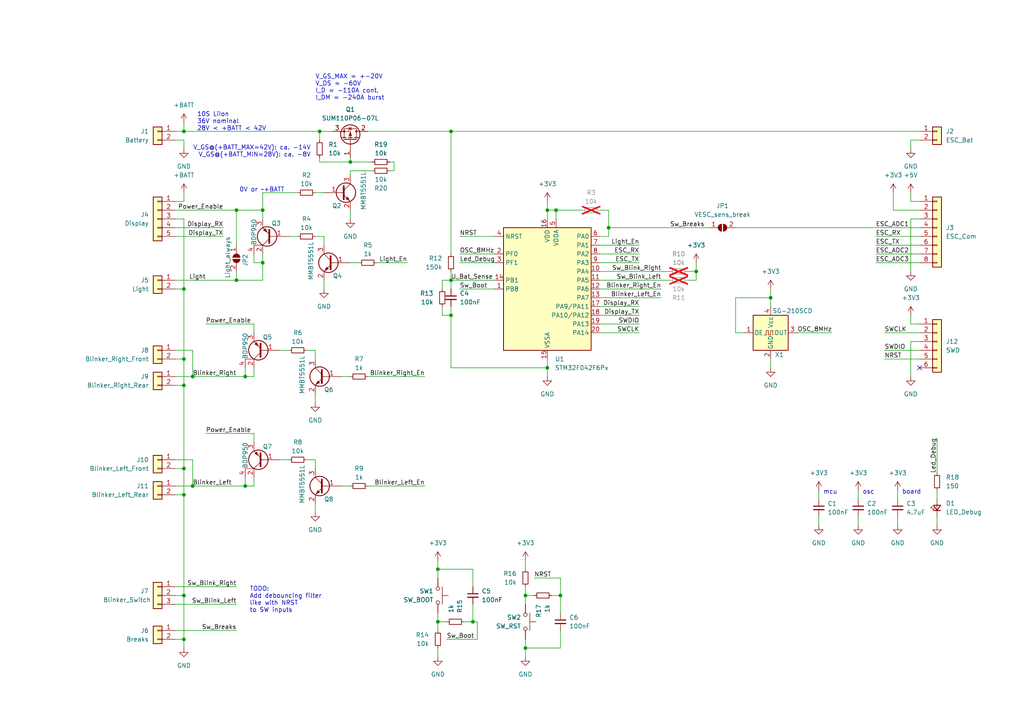
<source format=kicad_sch>
(kicad_sch (version 20230121) (generator eeschema)
  (paper "A4")
  (lib_symbols
    (symbol "Connector_Generic:Conn_01x02" (pin_names (offset 1.016) hide)
      (property "Reference" "J" (at 0 2.54 0))
      (property "Value" "Conn_01x02" (at 0 -5.08 0))
      (symbol "Conn_01x02_1_1"
        (rectangle (start -1.27 -2.413) (end 0 -2.667) (stroke (width 0.1524)))
        (rectangle (start -1.27 0.127) (end 0 -0.127) (stroke (width 0.1524)))
        (rectangle (start -1.27 1.27) (end 1.27 -3.81) (stroke (width 0.254)) (fill (type background)))
        (pin passive line (at -5.08 0 0) (length 3.81) (name "Pin_1") (number "1"))
        (pin passive line (at -5.08 -2.54 0) (length 3.81) (name "Pin_2") (number "2"))
      )
    )
    (symbol "Connector_Generic:Conn_01x03" (pin_names (offset 1.016) hide)
      (property "Reference" "J" (at 0 5.08 0))
      (property "Value" "Conn_01x03" (at 0 -5.08 0))
      (symbol "Conn_01x03_1_1"
        (rectangle (start -1.27 -2.413) (end 0 -2.667) (stroke (width 0.1524)))
        (rectangle (start -1.27 0.127) (end 0 -0.127) (stroke (width 0.1524)))
        (rectangle (start -1.27 2.667) (end 0 2.413) (stroke (width 0.1524)))
        (rectangle (start -1.27 3.81) (end 1.27 -3.81) (stroke (width 0.254)) (fill (type background)))
        (pin passive line (at -5.08 2.54 0) (length 3.81) (name "Pin_1") (number "1"))
        (pin passive line (at -5.08 0 0) (length 3.81) (name "Pin_2") (number "2"))
        (pin passive line (at -5.08 -2.54 0) (length 3.81) (name "Pin_3") (number "3"))
      )
    )
    (symbol "Connector_Generic:Conn_01x05" (pin_names (offset 1.016) hide)
      (property "Reference" "J" (at 0 7.62 0))
      (property "Value" "Conn_01x05" (at 0 -7.62 0))
      (symbol "Conn_01x05_1_1"
        (rectangle (start -1.27 -4.953) (end 0 -5.207) (stroke (width 0.1524)))
        (rectangle (start -1.27 -2.413) (end 0 -2.667) (stroke (width 0.1524)))
        (rectangle (start -1.27 0.127) (end 0 -0.127) (stroke (width 0.1524)))
        (rectangle (start -1.27 2.667) (end 0 2.413) (stroke (width 0.1524)))
        (rectangle (start -1.27 5.207) (end 0 4.953) (stroke (width 0.1524)))
        (rectangle (start -1.27 6.35) (end 1.27 -6.35) (stroke (width 0.254)) (fill (type background)))
        (pin passive line (at -5.08 5.08 0) (length 3.81) (name "Pin_1") (number "1"))
        (pin passive line (at -5.08 2.54 0) (length 3.81) (name "Pin_2") (number "2"))
        (pin passive line (at -5.08 0 0) (length 3.81) (name "Pin_3") (number "3"))
        (pin passive line (at -5.08 -2.54 0) (length 3.81) (name "Pin_4") (number "4"))
        (pin passive line (at -5.08 -5.08 0) (length 3.81) (name "Pin_5") (number "5"))
      )
    )
    (symbol "Connector_Generic:Conn_01x06" (pin_names (offset 1.016) hide)
      (property "Reference" "J" (at 0 7.62 0))
      (property "Value" "Conn_01x06" (at 0 -10.16 0))
      (symbol "Conn_01x06_1_1"
        (rectangle (start -1.27 -7.493) (end 0 -7.747) (stroke (width 0.1524)))
        (rectangle (start -1.27 -4.953) (end 0 -5.207) (stroke (width 0.1524)))
        (rectangle (start -1.27 -2.413) (end 0 -2.667) (stroke (width 0.1524)))
        (rectangle (start -1.27 0.127) (end 0 -0.127) (stroke (width 0.1524)))
        (rectangle (start -1.27 2.667) (end 0 2.413) (stroke (width 0.1524)))
        (rectangle (start -1.27 5.207) (end 0 4.953) (stroke (width 0.1524)))
        (rectangle (start -1.27 6.35) (end 1.27 -8.89) (stroke (width 0.254)) (fill (type background)))
        (pin passive line (at -5.08 5.08 0) (length 3.81) (name "Pin_1") (number "1"))
        (pin passive line (at -5.08 2.54 0) (length 3.81) (name "Pin_2") (number "2"))
        (pin passive line (at -5.08 0 0) (length 3.81) (name "Pin_3") (number "3"))
        (pin passive line (at -5.08 -2.54 0) (length 3.81) (name "Pin_4") (number "4"))
        (pin passive line (at -5.08 -5.08 0) (length 3.81) (name "Pin_5") (number "5"))
        (pin passive line (at -5.08 -7.62 0) (length 3.81) (name "Pin_6") (number "6"))
      )
    )
    (symbol "Connector_Generic:Conn_01x08" (pin_names (offset 1.016) hide)
      (property "Reference" "J" (at 0 10.16 0))
      (property "Value" "Conn_01x08" (at 0 -12.7 0))
      (symbol "Conn_01x08_1_1"
        (rectangle (start -1.27 -10.033) (end 0 -10.287) (stroke (width 0.1524)))
        (rectangle (start -1.27 -7.493) (end 0 -7.747) (stroke (width 0.1524)))
        (rectangle (start -1.27 -4.953) (end 0 -5.207) (stroke (width 0.1524)))
        (rectangle (start -1.27 -2.413) (end 0 -2.667) (stroke (width 0.1524)))
        (rectangle (start -1.27 0.127) (end 0 -0.127) (stroke (width 0.1524)))
        (rectangle (start -1.27 2.667) (end 0 2.413) (stroke (width 0.1524)))
        (rectangle (start -1.27 5.207) (end 0 4.953) (stroke (width 0.1524)))
        (rectangle (start -1.27 7.747) (end 0 7.493) (stroke (width 0.1524)))
        (rectangle (start -1.27 8.89) (end 1.27 -11.43) (stroke (width 0.254)) (fill (type background)))
        (pin passive line (at -5.08 7.62 0) (length 3.81) (name "Pin_1") (number "1"))
        (pin passive line (at -5.08 5.08 0) (length 3.81) (name "Pin_2") (number "2"))
        (pin passive line (at -5.08 2.54 0) (length 3.81) (name "Pin_3") (number "3"))
        (pin passive line (at -5.08 0 0) (length 3.81) (name "Pin_4") (number "4"))
        (pin passive line (at -5.08 -2.54 0) (length 3.81) (name "Pin_5") (number "5"))
        (pin passive line (at -5.08 -5.08 0) (length 3.81) (name "Pin_6") (number "6"))
        (pin passive line (at -5.08 -7.62 0) (length 3.81) (name "Pin_7") (number "7"))
        (pin passive line (at -5.08 -10.16 0) (length 3.81) (name "Pin_8") (number "8"))
      )
    )
    (symbol "Device:C_Small" (pin_numbers hide) (pin_names (offset 0.254) hide)
      (property "Reference" "C" (at 0.254 1.778 0))
      (property "Value" "C_Small" (at 0.254 -2.032 0))
      (symbol "C_Small_0_1"
        (polyline (pts (xy -1.524 -0.508) (xy 1.524 -0.508)) (stroke (width 0.3302)))
        (polyline (pts (xy -1.524 0.508) (xy 1.524 0.508)) (stroke (width 0.3048)))
      )
      (symbol "C_Small_1_1"
        (pin passive line (at 0 2.54 270) (length 2.032) (name "~") (number "1"))
        (pin passive line (at 0 -2.54 90) (length 2.032) (name "~") (number "2"))
      )
    )
    (symbol "Device:LED_Small" (pin_numbers hide) (pin_names (offset 0.254) hide)
      (property "Reference" "D" (at -1.27 3.175 0))
      (property "Value" "LED_Small" (at -4.445 -2.54 0))
      (symbol "LED_Small_0_1"
        (polyline (pts (xy -0.762 -1.016) (xy -0.762 1.016)) (stroke (width 0.254)))
        (polyline (pts (xy 1.016 0) (xy -0.762 0)))
        (polyline (pts (xy 0.762 -1.016) (xy -0.762 0) (xy 0.762 1.016) (xy 0.762 -1.016)) (stroke (width 0.254)))
        (polyline (pts (xy 0 0.762) (xy -0.508 1.27) (xy -0.254 1.27) (xy -0.508 1.27) (xy -0.508 1.016)))
        (polyline (pts (xy 0.508 1.27) (xy 0 1.778) (xy 0.254 1.778) (xy 0 1.778) (xy 0 1.524)))
      )
      (symbol "LED_Small_1_1"
        (pin passive line (at -2.54 0 0) (length 1.778) (name "K") (number "1"))
        (pin passive line (at 2.54 0 180) (length 1.778) (name "A") (number "2"))
      )
    )
    (symbol "Device:Q_PMOS_GDS" (pin_names (offset 0) hide)
      (property "Reference" "Q" (at 5.08 1.27 0))
      (property "Value" "Q_PMOS_GDS" (at 5.08 -1.27 0))
      (symbol "Q_PMOS_GDS_0_1"
        (polyline (pts (xy 0.254 0) (xy -2.54 0)))
        (polyline (pts (xy 0.254 1.905) (xy 0.254 -1.905)) (stroke (width 0.254)))
        (polyline (pts (xy 0.762 -1.27) (xy 0.762 -2.286)) (stroke (width 0.254)))
        (polyline (pts (xy 0.762 0.508) (xy 0.762 -0.508)) (stroke (width 0.254)))
        (polyline (pts (xy 0.762 2.286) (xy 0.762 1.27)) (stroke (width 0.254)))
        (polyline (pts (xy 2.54 2.54) (xy 2.54 1.778)))
        (polyline (pts (xy 2.54 -2.54) (xy 2.54 0) (xy 0.762 0)))
        (polyline (pts (xy 0.762 1.778) (xy 3.302 1.778) (xy 3.302 -1.778) (xy 0.762 -1.778)))
        (polyline (pts (xy 2.286 0) (xy 1.27 0.381) (xy 1.27 -0.381) (xy 2.286 0)) (fill (type outline)))
        (polyline (pts (xy 2.794 -0.508) (xy 2.921 -0.381) (xy 3.683 -0.381) (xy 3.81 -0.254)))
        (polyline (pts (xy 3.302 -0.381) (xy 2.921 0.254) (xy 3.683 0.254) (xy 3.302 -0.381)))
        (circle (center 1.651 0) (radius 2.794) (stroke (width 0.254)))
        (circle (center 2.54 -1.778) (radius 0.254) (fill (type outline)))
        (circle (center 2.54 1.778) (radius 0.254) (fill (type outline)))
      )
      (symbol "Q_PMOS_GDS_1_1"
        (pin input line (at -5.08 0 0) (length 2.54) (name "G") (number "1"))
        (pin passive line (at 2.54 5.08 270) (length 2.54) (name "D") (number "2"))
        (pin passive line (at 2.54 -5.08 90) (length 2.54) (name "S") (number "3"))
      )
    )
    (symbol "Device:Q_PNP_BCEC" (pin_names (offset 0) hide)
      (property "Reference" "Q" (at 5.08 1.27 0))
      (property "Value" "Q_PNP_BCEC" (at 5.08 -1.27 0))
      (symbol "Q_PNP_BCEC_0_1"
        (polyline (pts (xy 0.635 0.635) (xy 2.54 2.54)))
        (polyline (pts (xy 5.08 2.54) (xy 2.54 2.54)))
        (polyline (pts (xy 0.635 -0.635) (xy 2.54 -2.54) (xy 2.54 -2.54)))
        (polyline (pts (xy 0.635 1.905) (xy 0.635 -1.905) (xy 0.635 -1.905)) (stroke (width 0.508)))
        (polyline (pts (xy 2.286 -1.778) (xy 1.778 -2.286) (xy 1.27 -1.27) (xy 2.286 -1.778) (xy 2.286 -1.778)) (fill (type outline)))
        (circle (center 1.27 0) (radius 2.8194) (stroke (width 0.254)))
      )
      (symbol "Q_PNP_BCEC_1_1"
        (pin input line (at -5.08 0 0) (length 5.715) (name "B") (number "1"))
        (pin passive line (at 2.54 5.08 270) (length 2.54) (name "C") (number "2"))
        (pin passive line (at 2.54 -5.08 90) (length 2.54) (name "E") (number "3"))
        (pin passive line (at 5.08 5.08 270) (length 2.54) (name "C") (number "4"))
      )
    )
    (symbol "Device:R_Small" (pin_numbers hide) (pin_names (offset 0.254) hide)
      (property "Reference" "R" (at 0.762 0.508 0))
      (property "Value" "R_Small" (at 0.762 -1.016 0))
      (symbol "R_Small_0_1"
        (rectangle (start -0.762 1.778) (end 0.762 -1.778) (stroke (width 0.2032)))
      )
      (symbol "R_Small_1_1"
        (pin passive line (at 0 2.54 270) (length 0.762) (name "~") (number "1"))
        (pin passive line (at 0 -2.54 90) (length 0.762) (name "~") (number "2"))
      )
    )
    (symbol "Jumper:SolderJumper_2_Open" (pin_names (offset 0) hide)
      (property "Reference" "JP" (at 0 2.032 0))
      (property "Value" "SolderJumper_2_Open" (at 0 -2.54 0))
      (symbol "SolderJumper_2_Open_0_1"
        (arc (start -0.254 1.016) (mid -1.2656 0) (end -0.254 -1.016))
        (arc (start -0.254 1.016) (mid -1.2656 0) (end -0.254 -1.016) (fill (type outline)))
        (polyline (pts (xy -0.254 1.016) (xy -0.254 -1.016)))
        (polyline (pts (xy 0.254 1.016) (xy 0.254 -1.016)))
        (arc (start 0.254 -1.016) (mid 1.2656 0) (end 0.254 1.016))
        (arc (start 0.254 -1.016) (mid 1.2656 0) (end 0.254 1.016) (fill (type outline)))
      )
      (symbol "SolderJumper_2_Open_1_1"
        (pin passive line (at -3.81 0 0) (length 2.54) (name "A") (number "1"))
        (pin passive line (at 3.81 0 180) (length 2.54) (name "B") (number "2"))
      )
    )
    (symbol "MCU_ST_STM32F0:STM32F042F6Px"
      (property "Reference" "U" (at -12.7 19.05 0))
      (property "Value" "STM32F042F6Px" (at 5.08 19.05 0))
      (symbol "STM32F042F6Px_0_1"
        (rectangle (start -12.7 -17.78) (end 12.7 17.78) (stroke (width 0.254)) (fill (type background)))
      )
      (symbol "STM32F042F6Px_1_1"
        (pin bidirectional line (at -15.24 0 0) (length 2.54) (name "PB8") (number "1"))
        (pin bidirectional line (at 15.24 5.08 180) (length 2.54) (name "PA4") (number "10"))
        (pin bidirectional line (at 15.24 2.54 180) (length 2.54) (name "PA5") (number "11"))
        (pin bidirectional line (at 15.24 0 180) (length 2.54) (name "PA6") (number "12"))
        (pin bidirectional line (at 15.24 -2.54 180) (length 2.54) (name "PA7") (number "13"))
        (pin bidirectional line (at -15.24 2.54 0) (length 2.54) (name "PB1") (number "14"))
        (pin power_in line (at 0 -20.32 90) (length 2.54) (name "VSSA") (number "15"))
        (pin power_in line (at 0 20.32 270) (length 2.54) (name "VDD") (number "16"))
        (pin bidirectional line (at 15.24 -5.08 180) (length 2.54) (name "PA9/PA11") (number "17"))
        (pin bidirectional line (at 15.24 -7.62 180) (length 2.54) (name "PA10/PA12") (number "18"))
        (pin bidirectional line (at 15.24 -10.16 180) (length 2.54) (name "PA13") (number "19"))
        (pin bidirectional line (at -15.24 10.16 0) (length 2.54) (name "PF0") (number "2"))
        (pin bidirectional line (at 15.24 -12.7 180) (length 2.54) (name "PA14") (number "20"))
        (pin bidirectional line (at -15.24 7.62 0) (length 2.54) (name "PF1") (number "3"))
        (pin input line (at -15.24 15.24 0) (length 2.54) (name "NRST") (number "4"))
        (pin power_in line (at 2.54 20.32 270) (length 2.54) (name "VDDA") (number "5"))
        (pin bidirectional line (at 15.24 15.24 180) (length 2.54) (name "PA0") (number "6"))
        (pin bidirectional line (at 15.24 12.7 180) (length 2.54) (name "PA1") (number "7"))
        (pin bidirectional line (at 15.24 10.16 180) (length 2.54) (name "PA2") (number "8"))
        (pin bidirectional line (at 15.24 7.62 180) (length 2.54) (name "PA3") (number "9"))
      )
    )
    (symbol "Oscillator:SG-210SCD" (pin_names (offset 0.254))
      (property "Reference" "X" (at -5.08 6.35 0))
      (property "Value" "SG-210SCD" (at 1.27 -6.35 0))
      (symbol "SG-210SCD_0_1"
        (rectangle (start -5.08 5.08) (end 5.08 -5.08) (stroke (width 0.254)) (fill (type background)))
        (polyline (pts (xy -1.905 -0.635) (xy -1.27 -0.635) (xy -1.27 0.635) (xy -0.635 0.635) (xy -0.635 -0.635) (xy 0 -0.635) (xy 0 0.635) (xy 0.635 0.635) (xy 0.635 -0.635)))
      )
      (symbol "SG-210SCD_1_1"
        (pin input line (at -7.62 0 0) (length 2.54) (name "OE") (number "1"))
        (pin power_in line (at 0 -7.62 90) (length 2.54) (name "GND") (number "2"))
        (pin output line (at 7.62 0 180) (length 2.54) (name "OUT") (number "3"))
        (pin power_in line (at 0 7.62 270) (length 2.54) (name "Vcc") (number "4"))
      )
    )
    (symbol "Switch:SW_Push" (pin_numbers hide) (pin_names (offset 1.016) hide)
      (property "Reference" "SW" (at 1.27 2.54 0))
      (property "Value" "SW_Push" (at 0 -1.524 0))
      (symbol "SW_Push_0_1"
        (circle (center -2.032 0) (radius 0.508))
        (polyline (pts (xy 0 1.27) (xy 0 3.048)))
        (polyline (pts (xy 2.54 1.27) (xy -2.54 1.27)))
        (circle (center 2.032 0) (radius 0.508))
        (pin passive line (at -5.08 0 0) (length 2.54) (name "1") (number "1"))
        (pin passive line (at 5.08 0 180) (length 2.54) (name "2") (number "2"))
      )
    )
    (symbol "Transistor_BJT:MMBT5551L" (pin_names (offset 0) hide)
      (property "Reference" "Q" (at 5.08 1.905 0))
      (property "Value" "MMBT5551L" (at 5.08 0 0))
      (symbol "MMBT5551L_0_1"
        (polyline (pts (xy 0.635 0.635) (xy 2.54 2.54)))
        (polyline (pts (xy 0.635 -0.635) (xy 2.54 -2.54) (xy 2.54 -2.54)))
        (polyline (pts (xy 0.635 1.905) (xy 0.635 -1.905) (xy 0.635 -1.905)) (stroke (width 0.508)))
        (polyline (pts (xy 1.27 -1.778) (xy 1.778 -1.27) (xy 2.286 -2.286) (xy 1.27 -1.778) (xy 1.27 -1.778)) (fill (type outline)))
        (circle (center 1.27 0) (radius 2.8194) (stroke (width 0.254)))
      )
      (symbol "MMBT5551L_1_1"
        (pin input line (at -5.08 0 0) (length 5.715) (name "B") (number "1"))
        (pin passive line (at 2.54 -5.08 90) (length 2.54) (name "E") (number "2"))
        (pin passive line (at 2.54 5.08 270) (length 2.54) (name "C") (number "3"))
      )
    )
    (symbol "power:+3V3" (power) (pin_names (offset 0))
      (property "Value" "+3V3" (at 0 3.556 0))
      (symbol "+3V3_0_1"
        (polyline (pts (xy -0.762 1.27) (xy 0 2.54)))
        (polyline (pts (xy 0 0) (xy 0 2.54)))
        (polyline (pts (xy 0 2.54) (xy 0.762 1.27)))
      )
      (symbol "+3V3_1_1"
        (pin power_in line (at 0 0 90) (length 0) hide (name "+3V3") (number "1"))
      )
    )
    (symbol "power:+5V" (power) (pin_names (offset 0))
      (property "Value" "+5V" (at 0 3.556 0))
      (symbol "+5V_0_1"
        (polyline (pts (xy -0.762 1.27) (xy 0 2.54)))
        (polyline (pts (xy 0 0) (xy 0 2.54)))
        (polyline (pts (xy 0 2.54) (xy 0.762 1.27)))
      )
      (symbol "+5V_1_1"
        (pin power_in line (at 0 0 90) (length 0) hide (name "+5V") (number "1"))
      )
    )
    (symbol "power:+BATT" (power) (pin_names (offset 0))
      (property "Value" "+BATT" (at 0 3.556 0))
      (symbol "+BATT_0_1"
        (polyline (pts (xy -0.762 1.27) (xy 0 2.54)))
        (polyline (pts (xy 0 0) (xy 0 2.54)))
        (polyline (pts (xy 0 2.54) (xy 0.762 1.27)))
      )
      (symbol "+BATT_1_1"
        (pin power_in line (at 0 0 90) (length 0) hide (name "+BATT") (number "1"))
      )
    )
    (symbol "power:GND" (power) (pin_names (offset 0))
      (property "Value" "GND" (at 0 -3.81 0))
      (symbol "GND_0_1"
        (polyline (pts (xy 0 0) (xy 0 -1.27) (xy 1.27 -1.27) (xy 0 -2.54) (xy -1.27 -1.27) (xy 0 -1.27)))
      )
      (symbol "GND_1_1"
        (pin power_in line (at 0 0 270) (length 0) hide (name "GND") (number "1"))
      )
    )
  )
  (junction (at 68.58 81.28))
  (junction (at 223.52 86.36))
  (junction (at 130.81 91.44))
  (junction (at 71.12 109.22))
  (junction (at 68.58 60.96))
  (junction (at 53.34 185.42))
  (junction (at 53.34 38.1))
  (junction (at 158.75 106.68))
  (junction (at 53.34 135.89))
  (junction (at 152.4 172.72))
  (junction (at 137.16 180.34))
  (junction (at 158.75 60.96))
  (junction (at 76.2 76.2))
  (junction (at 162.56 172.72))
  (junction (at 55.88 140.97))
  (junction (at 55.88 109.22))
  (junction (at 76.2 60.96))
  (junction (at 53.34 111.76))
  (junction (at 152.4 187.96))
  (junction (at 201.93 78.74))
  (junction (at 53.34 83.82))
  (junction (at 176.53 66.04))
  (junction (at 130.81 38.1))
  (junction (at 53.34 104.14))
  (junction (at 130.81 81.28))
  (junction (at 127 165.1))
  (junction (at 92.71 38.1))
  (junction (at 161.29 60.96))
  (junction (at 53.34 143.51))
  (junction (at 101.6 46.99))
  (junction (at 127 180.34))
  (junction (at 53.34 172.72))
  (junction (at 71.12 140.97))
  (no_connect (at 266.7 106.68))
  (wire (pts (xy 173.99 86.36) (xy 191.77 86.36)))
  (wire (pts (xy 173.99 68.58) (xy 176.53 68.58)))
  (wire (pts (xy 162.56 182.88) (xy 162.56 187.96)))
  (wire (pts (xy 266.7 93.98) (xy 264.16 93.98)))
  (wire (pts (xy 106.68 38.1) (xy 130.81 38.1)))
  (wire (pts (xy 50.8 66.04) (xy 64.77 66.04)))
  (wire (pts (xy 101.6 45.72) (xy 101.6 46.99)))
  (wire (pts (xy 53.34 83.82) (xy 53.34 104.14)))
  (wire (pts (xy 162.56 187.96) (xy 152.4 187.96)))
  (wire (pts (xy 173.99 71.12) (xy 185.42 71.12)))
  (wire (pts (xy 50.8 175.26) (xy 68.58 175.26)))
  (wire (pts (xy 158.75 106.68) (xy 158.75 109.22)))
  (wire (pts (xy 256.54 101.6) (xy 266.7 101.6)))
  (wire (pts (xy 91.44 68.58) (xy 93.98 68.58)))
  (wire (pts (xy 152.4 172.72) (xy 152.4 175.26)))
  (wire (pts (xy 71.12 109.22) (xy 55.88 109.22)))
  (wire (pts (xy 50.8 170.18) (xy 68.58 170.18)))
  (wire (pts (xy 161.29 60.96) (xy 168.91 60.96)))
  (wire (pts (xy 248.92 142.24) (xy 248.92 144.78)))
  (wire (pts (xy 128.27 81.28) (xy 128.27 83.82)))
  (wire (pts (xy 264.16 40.64) (xy 266.7 40.64)))
  (wire (pts (xy 173.99 93.98) (xy 185.42 93.98)))
  (wire (pts (xy 73.66 125.73) (xy 73.66 128.27)))
  (wire (pts (xy 264.16 58.42) (xy 264.16 55.88)))
  (wire (pts (xy 55.88 101.6) (xy 55.88 109.22)))
  (wire (pts (xy 71.12 138.43) (xy 71.12 140.97)))
  (wire (pts (xy 50.8 182.88) (xy 68.58 182.88)))
  (wire (pts (xy 223.52 83.82) (xy 223.52 86.36)))
  (wire (pts (xy 76.2 73.66) (xy 76.2 76.2)))
  (wire (pts (xy 73.66 109.22) (xy 71.12 109.22)))
  (wire (pts (xy 127 180.34) (xy 127 182.88)))
  (wire (pts (xy 92.71 38.1) (xy 92.71 40.64)))
  (wire (pts (xy 91.44 101.6) (xy 88.9 101.6)))
  (wire (pts (xy 91.44 133.35) (xy 91.44 135.89)))
  (wire (pts (xy 173.99 60.96) (xy 176.53 60.96)))
  (wire (pts (xy 260.35 142.24) (xy 260.35 144.78)))
  (wire (pts (xy 50.8 101.6) (xy 55.88 101.6)))
  (wire (pts (xy 106.68 140.97) (xy 123.19 140.97)))
  (wire (pts (xy 92.71 46.99) (xy 101.6 46.99)))
  (wire (pts (xy 133.35 68.58) (xy 143.51 68.58)))
  (wire (pts (xy 185.42 73.66) (xy 173.99 73.66)))
  (wire (pts (xy 223.52 88.9) (xy 223.52 86.36)))
  (wire (pts (xy 76.2 55.88) (xy 76.2 60.96)))
  (wire (pts (xy 55.88 133.35) (xy 55.88 140.97)))
  (wire (pts (xy 130.81 38.1) (xy 266.7 38.1)))
  (wire (pts (xy 160.02 172.72) (xy 162.56 172.72)))
  (wire (pts (xy 223.52 86.36) (xy 213.36 86.36)))
  (wire (pts (xy 114.3 46.99) (xy 113.03 46.99)))
  (wire (pts (xy 256.54 96.52) (xy 266.7 96.52)))
  (wire (pts (xy 53.34 58.42) (xy 53.34 55.88)))
  (wire (pts (xy 50.8 38.1) (xy 53.34 38.1)))
  (wire (pts (xy 213.36 86.36) (xy 213.36 96.52)))
  (wire (pts (xy 55.88 140.97) (xy 50.8 140.97)))
  (wire (pts (xy 266.7 60.96) (xy 259.08 60.96)))
  (wire (pts (xy 127 187.96) (xy 127 190.5)))
  (wire (pts (xy 73.66 140.97) (xy 71.12 140.97)))
  (wire (pts (xy 256.54 104.14) (xy 266.7 104.14)))
  (wire (pts (xy 266.7 99.06) (xy 264.16 99.06)))
  (wire (pts (xy 130.81 38.1) (xy 130.81 73.66)))
  (wire (pts (xy 113.03 49.53) (xy 114.3 49.53)))
  (wire (pts (xy 92.71 38.1) (xy 96.52 38.1)))
  (wire (pts (xy 101.6 60.96) (xy 101.6 63.5)))
  (wire (pts (xy 185.42 76.2) (xy 173.99 76.2)))
  (wire (pts (xy 53.34 135.89) (xy 53.34 111.76)))
  (wire (pts (xy 50.8 135.89) (xy 53.34 135.89)))
  (wire (pts (xy 53.34 185.42) (xy 53.34 187.96)))
  (wire (pts (xy 73.66 106.68) (xy 73.66 109.22)))
  (wire (pts (xy 173.99 91.44) (xy 185.42 91.44)))
  (wire (pts (xy 53.34 111.76) (xy 53.34 104.14)))
  (wire (pts (xy 50.8 185.42) (xy 53.34 185.42)))
  (wire (pts (xy 152.4 165.1) (xy 152.4 162.56)))
  (wire (pts (xy 138.43 180.34) (xy 137.16 180.34)))
  (wire (pts (xy 128.27 91.44) (xy 130.81 91.44)))
  (wire (pts (xy 92.71 45.72) (xy 92.71 46.99)))
  (wire (pts (xy 127 165.1) (xy 127 162.56)))
  (wire (pts (xy 101.6 76.2) (xy 104.14 76.2)))
  (wire (pts (xy 176.53 60.96) (xy 176.53 66.04)))
  (wire (pts (xy 137.16 180.34) (xy 134.62 180.34)))
  (wire (pts (xy 130.81 78.74) (xy 130.81 81.28)))
  (wire (pts (xy 264.16 63.5) (xy 266.7 63.5)))
  (wire (pts (xy 152.4 185.42) (xy 152.4 187.96)))
  (wire (pts (xy 86.36 55.88) (xy 76.2 55.88)))
  (wire (pts (xy 161.29 60.96) (xy 158.75 60.96)))
  (wire (pts (xy 271.78 127) (xy 271.78 137.16)))
  (wire (pts (xy 213.36 96.52) (xy 215.9 96.52)))
  (wire (pts (xy 271.78 142.24) (xy 271.78 144.78)))
  (wire (pts (xy 68.58 71.12) (xy 68.58 60.96)))
  (wire (pts (xy 162.56 167.64) (xy 162.56 172.72)))
  (wire (pts (xy 68.58 81.28) (xy 76.2 81.28)))
  (wire (pts (xy 93.98 81.28) (xy 93.98 83.82)))
  (wire (pts (xy 53.34 38.1) (xy 53.34 35.56)))
  (wire (pts (xy 129.54 180.34) (xy 127 180.34)))
  (wire (pts (xy 50.8 81.28) (xy 68.58 81.28)))
  (wire (pts (xy 133.35 83.82) (xy 143.51 83.82)))
  (wire (pts (xy 53.34 40.64) (xy 53.34 43.18)))
  (wire (pts (xy 53.34 143.51) (xy 53.34 135.89)))
  (wire (pts (xy 83.82 101.6) (xy 81.28 101.6)))
  (wire (pts (xy 91.44 146.05) (xy 91.44 148.59)))
  (wire (pts (xy 76.2 76.2) (xy 76.2 81.28)))
  (wire (pts (xy 55.88 109.22) (xy 50.8 109.22)))
  (wire (pts (xy 254 68.58) (xy 266.7 68.58)))
  (wire (pts (xy 93.98 55.88) (xy 91.44 55.88)))
  (wire (pts (xy 154.94 172.72) (xy 152.4 172.72)))
  (wire (pts (xy 176.53 68.58) (xy 176.53 66.04)))
  (wire (pts (xy 68.58 60.96) (xy 76.2 60.96)))
  (wire (pts (xy 158.75 58.42) (xy 158.75 60.96)))
  (wire (pts (xy 88.9 133.35) (xy 91.44 133.35)))
  (wire (pts (xy 50.8 40.64) (xy 53.34 40.64)))
  (wire (pts (xy 137.16 165.1) (xy 127 165.1)))
  (wire (pts (xy 176.53 66.04) (xy 205.74 66.04)))
  (wire (pts (xy 133.35 73.66) (xy 143.51 73.66)))
  (wire (pts (xy 101.6 49.53) (xy 107.95 49.53)))
  (wire (pts (xy 50.8 143.51) (xy 53.34 143.51)))
  (wire (pts (xy 71.12 140.97) (xy 55.88 140.97)))
  (wire (pts (xy 173.99 88.9) (xy 185.42 88.9)))
  (wire (pts (xy 50.8 63.5) (xy 53.34 63.5)))
  (wire (pts (xy 127 180.34) (xy 127 177.8)))
  (wire (pts (xy 130.81 88.9) (xy 130.81 91.44)))
  (wire (pts (xy 173.99 96.52) (xy 185.42 96.52)))
  (wire (pts (xy 237.49 149.86) (xy 237.49 152.4)))
  (wire (pts (xy 99.06 109.22) (xy 101.6 109.22)))
  (wire (pts (xy 50.8 58.42) (xy 53.34 58.42)))
  (wire (pts (xy 137.16 175.26) (xy 137.16 180.34)))
  (wire (pts (xy 254 73.66) (xy 266.7 73.66)))
  (wire (pts (xy 50.8 111.76) (xy 53.34 111.76)))
  (wire (pts (xy 73.66 73.66) (xy 73.66 76.2)))
  (wire (pts (xy 266.7 58.42) (xy 264.16 58.42)))
  (wire (pts (xy 107.95 46.99) (xy 101.6 46.99)))
  (wire (pts (xy 254 76.2) (xy 266.7 76.2)))
  (wire (pts (xy 201.93 81.28) (xy 201.93 78.74)))
  (wire (pts (xy 201.93 78.74) (xy 199.39 78.74)))
  (wire (pts (xy 59.69 125.73) (xy 73.66 125.73)))
  (wire (pts (xy 81.28 133.35) (xy 83.82 133.35)))
  (wire (pts (xy 53.34 38.1) (xy 92.71 38.1)))
  (wire (pts (xy 73.66 76.2) (xy 76.2 76.2)))
  (wire (pts (xy 91.44 104.14) (xy 91.44 101.6)))
  (wire (pts (xy 158.75 104.14) (xy 158.75 106.68)))
  (wire (pts (xy 50.8 68.58) (xy 64.77 68.58)))
  (wire (pts (xy 133.35 76.2) (xy 143.51 76.2)))
  (wire (pts (xy 223.52 104.14) (xy 223.52 106.68)))
  (wire (pts (xy 50.8 104.14) (xy 53.34 104.14)))
  (wire (pts (xy 83.82 68.58) (xy 86.36 68.58)))
  (wire (pts (xy 162.56 172.72) (xy 162.56 177.8)))
  (wire (pts (xy 152.4 187.96) (xy 152.4 190.5)))
  (wire (pts (xy 101.6 50.8) (xy 101.6 49.53)))
  (wire (pts (xy 158.75 60.96) (xy 158.75 63.5)))
  (wire (pts (xy 138.43 185.42) (xy 138.43 180.34)))
  (wire (pts (xy 254 71.12) (xy 266.7 71.12)))
  (wire (pts (xy 237.49 142.24) (xy 237.49 144.78)))
  (wire (pts (xy 91.44 114.3) (xy 91.44 116.84)))
  (wire (pts (xy 73.66 93.98) (xy 73.66 96.52)))
  (wire (pts (xy 128.27 88.9) (xy 128.27 91.44)))
  (wire (pts (xy 137.16 170.18) (xy 137.16 165.1)))
  (wire (pts (xy 50.8 60.96) (xy 68.58 60.96)))
  (wire (pts (xy 76.2 63.5) (xy 76.2 60.96)))
  (wire (pts (xy 264.16 99.06) (xy 264.16 109.22)))
  (wire (pts (xy 53.34 172.72) (xy 53.34 185.42)))
  (wire (pts (xy 173.99 83.82) (xy 191.77 83.82)))
  (wire (pts (xy 264.16 78.74) (xy 264.16 63.5)))
  (wire (pts (xy 109.22 76.2) (xy 118.11 76.2)))
  (wire (pts (xy 161.29 63.5) (xy 161.29 60.96)))
  (wire (pts (xy 114.3 49.53) (xy 114.3 46.99)))
  (wire (pts (xy 248.92 149.86) (xy 248.92 152.4)))
  (wire (pts (xy 271.78 149.86) (xy 271.78 152.4)))
  (wire (pts (xy 59.69 93.98) (xy 73.66 93.98)))
  (wire (pts (xy 130.81 106.68) (xy 158.75 106.68)))
  (wire (pts (xy 130.81 81.28) (xy 130.81 83.82)))
  (wire (pts (xy 152.4 170.18) (xy 152.4 172.72)))
  (wire (pts (xy 173.99 81.28) (xy 194.31 81.28)))
  (wire (pts (xy 50.8 83.82) (xy 53.34 83.82)))
  (wire (pts (xy 213.36 66.04) (xy 266.7 66.04)))
  (wire (pts (xy 71.12 106.68) (xy 71.12 109.22)))
  (wire (pts (xy 154.94 167.64) (xy 162.56 167.64)))
  (wire (pts (xy 130.81 81.28) (xy 143.51 81.28)))
  (wire (pts (xy 50.8 172.72) (xy 53.34 172.72)))
  (wire (pts (xy 199.39 81.28) (xy 201.93 81.28)))
  (wire (pts (xy 129.54 185.42) (xy 138.43 185.42)))
  (wire (pts (xy 130.81 81.28) (xy 128.27 81.28)))
  (wire (pts (xy 264.16 93.98) (xy 264.16 91.44)))
  (wire (pts (xy 106.68 109.22) (xy 123.19 109.22)))
  (wire (pts (xy 93.98 68.58) (xy 93.98 71.12)))
  (wire (pts (xy 173.99 78.74) (xy 194.31 78.74)))
  (wire (pts (xy 127 165.1) (xy 127 167.64)))
  (wire (pts (xy 68.58 81.28) (xy 68.58 78.74)))
  (wire (pts (xy 130.81 91.44) (xy 130.81 106.68)))
  (wire (pts (xy 264.16 43.18) (xy 264.16 40.64)))
  (wire (pts (xy 259.08 60.96) (xy 259.08 55.88)))
  (wire (pts (xy 53.34 63.5) (xy 53.34 83.82)))
  (wire (pts (xy 260.35 149.86) (xy 260.35 152.4)))
  (wire (pts (xy 99.06 140.97) (xy 101.6 140.97)))
  (wire (pts (xy 73.66 138.43) (xy 73.66 140.97)))
  (wire (pts (xy 53.34 143.51) (xy 53.34 172.72)))
  (wire (pts (xy 201.93 76.2) (xy 201.93 78.74)))
  (wire (pts (xy 231.14 96.52) (xy 241.3 96.52)))
  (wire (pts (xy 50.8 133.35) (xy 55.88 133.35)))
  (text "V_GS@(+BATT_MAX=42V): ca. -14V\nV_GS@(+BATT_MIN=28V): ca. -8V" (at 90.17 45.72 0) (effects (font (size 1.27 1.27)) (justify right bottom)))
  (text "TODO:\nAdd debouncing filter\nlike with NRST\nto SW inputs" (at 72.39 177.8 0) (effects (font (size 1.27 1.27)) (justify left bottom)))
  (text "0V or ~+BATT" (at 82.55 55.88 0) (effects (font (size 1.27 1.27)) (justify right bottom)))
  (text "board" (at 261.62 143.51 0) (effects (font (size 1.27 1.27)) (justify left bottom)))
  (text "osc" (at 250.19 143.51 0) (effects (font (size 1.27 1.27)) (justify left bottom)))
  (text "V_GS_MAX = +-20V\nV_DS = -60V\nI_D = -110A cont.\nI_DM = -240A burst" (at 91.44 29.21 0) (effects (font (size 1.27 1.27)) (justify left bottom)))
  (text "10S LiIon\n36V nominal\n28V < +BATT < 42V" (at 57.15 38.1 0) (effects (font (size 1.27 1.27)) (justify left bottom)))
  (text "mcu" (at 238.76 143.51 0) (effects (font (size 1.27 1.27)) (justify left bottom)))
  (label "Power_Enable" (at 64.77 60.96 180))
  (label "Blinker_Right" (at 55.88 109.22 0))
  (label "Blinker_Right_En" (at 191.77 83.82 180))
  (label "Blinker_Left" (at 55.88 140.97 0))
  (label "Sw_Breaks" (at 194.31 66.04 0))
  (label "Sw_Boot" (at 133.35 83.82 0))
  (label "Sw_Blink_Left" (at 68.58 175.26 180))
  (label "SWDIO" (at 256.54 101.6 0))
  (label "Display_RX" (at 64.77 66.04 180))
  (label "Light_En" (at 118.11 76.2 180))
  (label "Blinker_Right_En" (at 123.19 109.22 180))
  (label "Display_TX" (at 185.42 91.44 180))
  (label "Sw_Blink_Left" (at 191.77 81.28 180))
  (label "Sw_Blink_Right" (at 68.58 170.18 180))
  (label "ESC_TX" (at 185.42 76.2 180))
  (label "ESC_RX" (at 185.42 73.66 180))
  (label "Display_RX" (at 185.42 88.9 180))
  (label "ESC_ADC2" (at 254 73.66 0))
  (label "Display_TX" (at 64.77 68.58 180))
  (label "U_Bat_Sense" (at 130.81 81.28 0))
  (label "NRST" (at 154.94 167.64 0))
  (label "Power_Enable" (at 59.69 93.98 0))
  (label "Blinker_Left_En" (at 191.77 86.36 180))
  (label "SWCLK" (at 185.42 96.52 180))
  (label "Power_Enable" (at 59.69 125.73 0))
  (label "Sw_Blink_Right" (at 191.77 78.74 180))
  (label "ESC_ADC3" (at 254 76.2 0))
  (label "Blinker_Left_En" (at 123.19 140.97 180))
  (label "NRST" (at 133.35 68.58 0))
  (label "SWCLK" (at 256.54 96.52 0))
  (label "Sw_Breaks" (at 68.58 182.88 180))
  (label "NRST" (at 256.54 104.14 0))
  (label "OSC_8MHz" (at 241.3 96.52 180))
  (label "OSC_8MHz" (at 133.35 73.66 0))
  (label "ESC_TX" (at 254 71.12 0))
  (label "Light_En" (at 185.42 71.12 180))
  (label "ESC_ADC1" (at 254 66.04 0))
  (label "Led_Debug" (at 133.35 76.2 0))
  (label "Sw_Boot" (at 129.54 185.42 0))
  (label "Led_Debug" (at 271.78 127 270))
  (label "ESC_RX" (at 254 68.58 0))
  (label "Light" (at 59.69 81.28 180))
  (label "SWDIO" (at 185.42 93.98 180))
  (symbol (lib_id "Device:R_Small") (at 127 185.42 0) (mirror y) (unit 1)
    (property "Reference" "R14" (at 124.46 184.15 0) (effects (justify left)))
    (property "Value" "10k" (at 124.46 186.69 0) (effects (justify left)))
    (property "Footprint" "Resistor_SMD:R_0603_1608Metric_Pad0.98x0.95mm_HandSolder" (effects hide))
    (property "source" "project stock \"ESP8266 12E Base-Board\"" (effects hide))
  )
  (symbol (lib_id "Device:R_Small") (at 271.78 139.7 0) (unit 1)
    (property "Reference" "R18" (at 274.32 138.43 0) (effects (justify left)))
    (property "Value" "150" (at 274.32 140.97 0) (effects (justify left)))
    (property "Footprint" "Resistor_SMD:R_0603_1608Metric_Pad0.98x0.95mm_HandSolder" (effects hide))
    (property "source" "project stock \"ESP8266 12E Base-Board\"" (effects hide))
  )
  (symbol (lib_id "power:+3V3") (at 260.35 142.24 0) (unit 1)
    (property "Reference" "#PWR022" (effects hide))
    (property "Value" "+3V3" (at 260.35 137.16 0))
  )
  (symbol (lib_id "power:+BATT") (at 53.34 55.88 0) (unit 1)
    (property "Reference" "#PWR04" (effects hide))
    (property "Value" "+BATT" (at 53.34 50.8 0))
  )
  (symbol (lib_id "power:GND") (at 152.4 190.5 0) (unit 1)
    (property "Reference" "#PWR027" (effects hide))
    (property "Value" "GND" (at 152.4 195.58 0))
  )
  (symbol (lib_id "Device:Q_PNP_BCEC") (at 76.2 101.6 180) (unit 1)
    (property "Reference" "Q5" (at 76.2 97.79 0) (effects (justify right)))
    (property "Value" "BDP950" (at 71.12 104.14 90) (effects (justify right)))
    (property "Footprint" "Package_TO_SOT_SMD:SOT-223" (effects hide))
  )
  (symbol (lib_id "Device:C_Small") (at 137.16 172.72 0) (unit 1)
    (property "Reference" "C5" (at 139.7 171.4563 0) (effects (justify left)))
    (property "Value" "100nF" (at 139.7 173.9963 0) (effects (justify left)))
    (property "Footprint" "Capacitor_SMD:C_0805_2012Metric_Pad1.18x1.45mm_HandSolder" (effects hide))
    (property "source" "in stock" (effects hide))
  )
  (symbol (lib_id "Connector_Generic:Conn_01x06") (at 271.78 99.06 0) (unit 1)
    (property "Reference" "J12" (at 274.32 99.06 0) (effects (justify left)))
    (property "Value" "SWD" (at 274.32 101.6 0) (effects (justify left)))
    (property "source" "pin header" (effects hide))
  )
  (symbol (lib_id "Device:LED_Small") (at 271.78 147.32 90) (unit 1)
    (property "Reference" "D1" (at 274.32 145.9865 90) (effects (justify right)))
    (property "Value" "LED_Debug" (at 274.32 148.5265 90) (effects (justify right)))
    (property "Footprint" "LED_SMD:LED_0805_2012Metric_Pad1.15x1.40mm_HandSolder" (effects hide))
    (property "source" "project stock \"ESP8266 12E Base-Board\"" (effects hide))
  )
  (symbol (lib_id "Transistor_BJT:MMBT5551L") (at 96.52 76.2 0) (mirror y) (unit 1)
    (property "Reference" "Q4" (at 96.52 80.01 0) (effects (justify right)))
    (property "Value" "MMBT5551L" (at 90.17 81.28 90) (effects (justify left)))
    (property "Footprint" "Package_TO_SOT_SMD:SOT-23_Handsoldering" (effects hide))
    (property "Datasheet" "www.onsemi.com/pub/Collateral/MMBT5550LT1-D.PDF" (effects hide))
    (property "source" "project stock \"ESP8266 12E Base-Board\"" (effects hide))
  )
  (symbol (lib_id "power:+3V3") (at 158.75 58.42 0) (unit 1)
    (property "Reference" "#PWR012" (effects hide))
    (property "Value" "+3V3" (at 158.75 53.34 0))
  )
  (symbol (lib_id "Device:R_Small") (at 196.85 78.74 270) (unit 1) (dnp yes)
    (property "Reference" "R10" (at 196.85 73.66 90))
    (property "Value" "10k" (at 196.85 76.2 90))
    (property "Footprint" "Resistor_SMD:R_0603_1608Metric_Pad0.98x0.95mm_HandSolder" (effects hide))
    (property "source" "project stock \"ESP8266 12E Base-Board\"" (effects hide))
  )
  (symbol (lib_id "Connector_Generic:Conn_01x02") (at 45.72 109.22 0) (mirror y) (unit 1)
    (property "Reference" "J9" (at 43.18 109.22 0) (effects (justify left)))
    (property "Value" "Blinker_Right_Rear" (at 43.18 111.76 0) (effects (justify left)))
  )
  (symbol (lib_id "Connector_Generic:Conn_01x03") (at 45.72 172.72 0) (mirror y) (unit 1)
    (property "Reference" "J7" (at 41.91 171.45 0))
    (property "Value" "Blinker_Switch" (at 36.83 173.99 0))
  )
  (symbol (lib_id "power:GND") (at 264.16 109.22 0) (unit 1)
    (property "Reference" "#PWR029" (effects hide))
    (property "Value" "GND" (at 264.16 114.3 0))
  )
  (symbol (lib_id "Switch:SW_Push") (at 127 172.72 270) (mirror x) (unit 1)
    (property "Reference" "SW1" (at 125.73 171.45 90) (effects (justify right)))
    (property "Value" "SW_BOOT" (at 125.73 173.99 90) (effects (justify right)))
    (property "Footprint" "local:SW_Push_1P1T_NO_Alps_SPEH" (effects hide))
  )
  (symbol (lib_id "Device:C_Small") (at 237.49 147.32 0) (unit 1)
    (property "Reference" "C1" (at 240.03 146.0563 0) (effects (justify left)))
    (property "Value" "100nF" (at 240.03 148.5963 0) (effects (justify left)))
    (property "Footprint" "Capacitor_SMD:C_0805_2012Metric_Pad1.18x1.45mm_HandSolder" (effects hide))
    (property "source" "in stock" (effects hide))
  )
  (symbol (lib_id "power:GND") (at 53.34 43.18 0) (unit 1)
    (property "Reference" "#PWR02" (effects hide))
    (property "Value" "GND" (at 53.34 48.26 0))
  )
  (symbol (lib_id "Device:R_Small") (at 88.9 55.88 270) (unit 1)
    (property "Reference" "R2" (at 88.9 50.8 90))
    (property "Value" "10k" (at 88.9 53.34 90))
    (property "Footprint" "Resistor_SMD:R_0603_1608Metric_Pad0.98x0.95mm_HandSolder" (effects hide))
    (property "source" "project stock \"ESP8266 12E Base-Board\"" (effects hide))
  )
  (symbol (lib_id "power:+BATT") (at 53.34 35.56 0) (unit 1)
    (property "Reference" "#PWR01" (effects hide))
    (property "Value" "+BATT" (at 53.34 30.48 0))
  )
  (symbol (lib_id "power:+3V3") (at 127 162.56 0) (unit 1)
    (property "Reference" "#PWR024" (effects hide))
    (property "Value" "+3V3" (at 127 157.48 0))
  )
  (symbol (lib_id "power:+3V3") (at 223.52 83.82 0) (unit 1)
    (property "Reference" "#PWR013" (effects hide))
    (property "Value" "+3V3" (at 223.52 78.74 0))
  )
  (symbol (lib_id "power:GND") (at 91.44 116.84 0) (unit 1)
    (property "Reference" "#PWR03" (effects hide))
    (property "Value" "GND" (at 91.44 121.92 0))
  )
  (symbol (lib_id "MCU_ST_STM32F0:STM32F042F6Px") (at 158.75 83.82 0) (unit 1)
    (property "Reference" "U1" (at 160.9441 104.14 0) (effects (justify left)))
    (property "Value" "STM32F042F6Px" (at 160.9441 106.68 0) (effects (justify left)))
    (property "Footprint" "Package_SO:TSSOP-20_4.4x6.5mm_P0.65mm" (effects hide))
    (property "Datasheet" "https://www.st.com/resource/en/datasheet/stm32f042f6.pdf" (effects hide))
  )
  (symbol (lib_id "Device:Q_PNP_BCEC") (at 76.2 133.35 180) (unit 1)
    (property "Reference" "Q7" (at 76.2 129.54 0) (effects (justify right)))
    (property "Value" "BDP950" (at 71.12 135.89 90) (effects (justify right)))
    (property "Footprint" "Package_TO_SOT_SMD:SOT-223" (effects hide))
  )
  (symbol (lib_id "Jumper:SolderJumper_2_Open") (at 209.55 66.04 0) (unit 1)
    (property "Reference" "JP1" (at 209.55 59.69 0))
    (property "Value" "VESC_sens_break" (at 209.55 62.23 0))
    (property "Footprint" "Jumper:SolderJumper-2_P1.3mm_Open_RoundedPad1.0x1.5mm" (effects hide))
  )
  (symbol (lib_id "Device:R_Small") (at 132.08 180.34 270) (mirror x) (unit 1)
    (property "Reference" "R15" (at 133.35 177.8 0) (effects (justify left)))
    (property "Value" "1k" (at 130.81 177.8 0) (effects (justify left)))
    (property "Footprint" "Resistor_SMD:R_0603_1608Metric_Pad0.98x0.95mm_HandSolder" (effects hide))
  )
  (symbol (lib_id "Connector_Generic:Conn_01x02") (at 45.72 38.1 0) (mirror y) (unit 1)
    (property "Reference" "J1" (at 43.18 38.1 0) (effects (justify left)))
    (property "Value" "Battery" (at 43.18 40.64 0) (effects (justify left)))
  )
  (symbol (lib_id "Jumper:SolderJumper_2_Open") (at 68.58 74.93 270) (unit 1)
    (property "Reference" "JP2" (at 71.12 73.66 0) (effects (justify left)))
    (property "Value" "Light_always" (at 66.04 68.58 0) (effects (justify left)))
    (property "Footprint" "Jumper:SolderJumper-2_P1.3mm_Open_RoundedPad1.0x1.5mm" (effects hide))
  )
  (symbol (lib_id "Device:R_Small") (at 110.49 46.99 270) (unit 1)
    (property "Reference" "R19" (at 110.49 41.91 90))
    (property "Value" "10k" (at 110.49 44.45 90))
    (property "Footprint" "Resistor_SMD:R_0603_1608Metric_Pad0.98x0.95mm_HandSolder" (effects hide))
    (property "source" "project stock \"ESP8266 12E Base-Board\"" (effects hide))
  )
  (symbol (lib_id "power:GND") (at 53.34 187.96 0) (unit 1)
    (property "Reference" "#PWR07" (effects hide))
    (property "Value" "GND" (at 53.34 193.04 0))
  )
  (symbol (lib_id "Device:C_Small") (at 248.92 147.32 0) (unit 1)
    (property "Reference" "C2" (at 251.46 146.0563 0) (effects (justify left)))
    (property "Value" "100nF" (at 251.46 148.5963 0) (effects (justify left)))
    (property "Footprint" "Capacitor_SMD:C_0805_2012Metric_Pad1.18x1.45mm_HandSolder" (effects hide))
    (property "source" "in stock" (effects hide))
  )
  (symbol (lib_id "power:GND") (at 260.35 152.4 0) (unit 1)
    (property "Reference" "#PWR023" (effects hide))
    (property "Value" "GND" (at 260.35 157.48 0))
  )
  (symbol (lib_id "Device:Q_PMOS_GDS") (at 101.6 40.64 270) (mirror x) (unit 1)
    (property "Reference" "Q1" (at 101.6 31.75 90))
    (property "Value" "SUM110P06-07L" (at 101.6 34.29 90))
    (property "Footprint" "Package_TO_SOT_SMD:TO-263-2" (effects hide))
  )
  (symbol (lib_id "Device:R_Small") (at 196.85 81.28 270) (mirror x) (unit 1) (dnp yes)
    (property "Reference" "R11" (at 196.85 86.36 90))
    (property "Value" "10k" (at 196.85 83.82 90))
    (property "Footprint" "Resistor_SMD:R_0603_1608Metric_Pad0.98x0.95mm_HandSolder" (effects hide))
    (property "source" "project stock \"ESP8266 12E Base-Board\"" (effects hide))
  )
  (symbol (lib_id "Device:R_Small") (at 157.48 172.72 90) (mirror x) (unit 1)
    (property "Reference" "R17" (at 156.21 175.26 0) (effects (justify left)))
    (property "Value" "1k" (at 158.75 175.26 0) (effects (justify left)))
    (property "Footprint" "Resistor_SMD:R_0603_1608Metric_Pad0.98x0.95mm_HandSolder" (effects hide))
  )
  (symbol (lib_id "Transistor_BJT:MMBT5551L") (at 99.06 55.88 0) (unit 1)
    (property "Reference" "Q2" (at 99.06 59.69 0) (effects (justify right)))
    (property "Value" "MMBT5551L" (at 105.41 60.96 90) (effects (justify left)))
    (property "Footprint" "Package_TO_SOT_SMD:SOT-23_Handsoldering" (effects hide))
    (property "Datasheet" "www.onsemi.com/pub/Collateral/MMBT5550LT1-D.PDF" (effects hide))
    (property "source" "project stock \"ESP8266 12E Base-Board\"" (effects hide))
  )
  (symbol (lib_id "power:GND") (at 264.16 43.18 0) (unit 1)
    (property "Reference" "#PWR05" (effects hide))
    (property "Value" "GND" (at 264.16 48.26 0))
  )
  (symbol (lib_id "power:GND") (at 223.52 106.68 0) (unit 1)
    (property "Reference" "#PWR015" (effects hide))
    (property "Value" "GND" (at 223.52 111.76 0))
  )
  (symbol (lib_id "Connector_Generic:Conn_01x02") (at 45.72 101.6 0) (mirror y) (unit 1)
    (property "Reference" "J8" (at 43.18 101.6 0) (effects (justify left)))
    (property "Value" "Blinker_Right_Front" (at 43.18 104.14 0) (effects (justify left)))
  )
  (symbol (lib_id "power:+3V3") (at 264.16 91.44 0) (unit 1)
    (property "Reference" "#PWR028" (effects hide))
    (property "Value" "+3V3" (at 264.16 86.36 0))
  )
  (symbol (lib_id "power:+3V3") (at 201.93 76.2 0) (unit 1)
    (property "Reference" "#PWR017" (effects hide))
    (property "Value" "+3V3" (at 201.93 71.12 0))
  )
  (symbol (lib_id "Device:R_Small") (at 104.14 109.22 270) (unit 1)
    (property "Reference" "R7" (at 104.14 104.14 90))
    (property "Value" "1k" (at 104.14 106.68 90))
    (property "Footprint" "Resistor_SMD:R_0603_1608Metric_Pad0.98x0.95mm_HandSolder" (effects hide))
  )
  (symbol (lib_id "Device:R_Small") (at 92.71 43.18 180) (unit 1)
    (property "Reference" "R1" (at 95.25 41.91 0) (effects (justify right)))
    (property "Value" "10k" (at 95.25 44.45 0) (effects (justify right)))
    (property "Footprint" "Resistor_SMD:R_0603_1608Metric_Pad0.98x0.95mm_HandSolder" (effects hide))
    (property "source" "project stock \"ESP8266 12E Base-Board\"" (effects hide))
  )
  (symbol (lib_id "Connector_Generic:Conn_01x08") (at 271.78 66.04 0) (unit 1)
    (property "Reference" "J3" (at 274.32 66.04 0) (effects (justify left)))
    (property "Value" "ESC_Com" (at 274.32 68.58 0) (effects (justify left)))
  )
  (symbol (lib_id "Device:R_Small") (at 171.45 60.96 270) (unit 1) (dnp yes)
    (property "Reference" "R3" (at 171.45 55.88 90))
    (property "Value" "10k" (at 171.45 58.42 90))
    (property "Footprint" "Resistor_SMD:R_0603_1608Metric_Pad0.98x0.95mm_HandSolder" (effects hide))
    (property "source" "project stock \"ESP8266 12E Base-Board\"" (effects hide))
  )
  (symbol (lib_id "power:GND") (at 248.92 152.4 0) (unit 1)
    (property "Reference" "#PWR021" (effects hide))
    (property "Value" "GND" (at 248.92 157.48 0))
  )
  (symbol (lib_id "Connector_Generic:Conn_01x02") (at 45.72 140.97 0) (mirror y) (unit 1)
    (property "Reference" "J11" (at 43.18 140.97 0) (effects (justify left)))
    (property "Value" "Blinker_Left_Rear" (at 43.18 143.51 0) (effects (justify left)))
  )
  (symbol (lib_id "Device:C_Small") (at 130.81 86.36 0) (unit 1)
    (property "Reference" "C4" (at 133.35 85.0963 0) (effects (justify left)))
    (property "Value" "100nF" (at 133.35 87.6363 0) (effects (justify left)))
    (property "Footprint" "Capacitor_SMD:C_0805_2012Metric_Pad1.18x1.45mm_HandSolder" (effects hide))
    (property "source" "in stock" (effects hide))
  )
  (symbol (lib_id "Device:R_Small") (at 110.49 49.53 270) (mirror x) (unit 1)
    (property "Reference" "R20" (at 110.49 54.61 90))
    (property "Value" "10k" (at 110.49 52.07 90))
    (property "Footprint" "Resistor_SMD:R_0603_1608Metric_Pad0.98x0.95mm_HandSolder" (effects hide))
    (property "source" "project stock \"ESP8266 12E Base-Board\"" (effects hide))
  )
  (symbol (lib_id "Connector_Generic:Conn_01x02") (at 45.72 182.88 0) (mirror y) (unit 1)
    (property "Reference" "J6" (at 43.18 182.88 0) (effects (justify left)))
    (property "Value" "Breaks" (at 43.18 185.42 0) (effects (justify left)))
  )
  (symbol (lib_id "power:+3V3") (at 248.92 142.24 0) (unit 1)
    (property "Reference" "#PWR020" (effects hide))
    (property "Value" "+3V3" (at 248.92 137.16 0))
  )
  (symbol (lib_id "power:+3V3") (at 152.4 162.56 0) (unit 1)
    (property "Reference" "#PWR026" (effects hide))
    (property "Value" "+3V3" (at 152.4 157.48 0))
  )
  (symbol (lib_id "Transistor_BJT:MMBT5551L") (at 93.98 140.97 0) (mirror y) (unit 1)
    (property "Reference" "Q8" (at 93.98 144.78 0) (effects (justify right)))
    (property "Value" "MMBT5551L" (at 87.63 146.05 90) (effects (justify left)))
    (property "Footprint" "Package_TO_SOT_SMD:SOT-23_Handsoldering" (effects hide))
    (property "Datasheet" "www.onsemi.com/pub/Collateral/MMBT5550LT1-D.PDF" (effects hide))
    (property "source" "project stock \"ESP8266 12E Base-Board\"" (effects hide))
  )
  (symbol (lib_id "Device:R_Small") (at 86.36 133.35 90) (unit 1)
    (property "Reference" "R8" (at 86.36 128.27 90))
    (property "Value" "10k" (at 86.36 130.81 90))
    (property "Footprint" "Resistor_SMD:R_0603_1608Metric_Pad0.98x0.95mm_HandSolder" (effects hide))
    (property "source" "project stock \"ESP8266 12E Base-Board\"" (effects hide))
  )
  (symbol (lib_id "power:GND") (at 127 190.5 0) (unit 1)
    (property "Reference" "#PWR025" (effects hide))
    (property "Value" "GND" (at 127 195.58 0))
  )
  (symbol (lib_id "Device:R_Small") (at 88.9 68.58 90) (unit 1)
    (property "Reference" "R4" (at 88.9 63.5 90))
    (property "Value" "10k" (at 88.9 66.04 90))
    (property "Footprint" "Resistor_SMD:R_0603_1608Metric_Pad0.98x0.95mm_HandSolder" (effects hide))
    (property "source" "project stock \"ESP8266 12E Base-Board\"" (effects hide))
  )
  (symbol (lib_id "Device:C_Small") (at 162.56 180.34 0) (unit 1)
    (property "Reference" "C6" (at 165.1 179.0763 0) (effects (justify left)))
    (property "Value" "100nF" (at 165.1 181.6163 0) (effects (justify left)))
    (property "Footprint" "Capacitor_SMD:C_0805_2012Metric_Pad1.18x1.45mm_HandSolder" (effects hide))
    (property "source" "in stock" (effects hide))
  )
  (symbol (lib_id "power:+5V") (at 264.16 55.88 0) (unit 1)
    (property "Reference" "#PWR09" (effects hide))
    (property "Value" "+5V" (at 264.16 50.8 0))
  )
  (symbol (lib_id "Connector_Generic:Conn_01x02") (at 45.72 133.35 0) (mirror y) (unit 1)
    (property "Reference" "J10" (at 43.18 133.35 0) (effects (justify left)))
    (property "Value" "Blinker_Left_Front" (at 43.18 135.89 0) (effects (justify left)))
  )
  (symbol (lib_id "Device:R_Small") (at 130.81 76.2 0) (mirror y) (unit 1)
    (property "Reference" "R12" (at 128.27 74.93 0) (effects (justify left)))
    (property "Value" "150k" (at 128.27 77.47 0) (effects (justify left)))
    (property "Footprint" "Resistor_SMD:R_0603_1608Metric_Pad0.98x0.95mm_HandSolder" (effects hide))
    (property "source" "project stock \"ESP8266 12E Base-Board\"" (effects hide))
  )
  (symbol (lib_id "power:GND") (at 93.98 83.82 0) (unit 1)
    (property "Reference" "#PWR016" (effects hide))
    (property "Value" "GND" (at 93.98 88.9 0))
  )
  (symbol (lib_id "Device:C_Small") (at 260.35 147.32 0) (unit 1)
    (property "Reference" "C3" (at 262.89 146.0563 0) (effects (justify left)))
    (property "Value" "4.7uF" (at 262.89 148.5963 0) (effects (justify left)))
    (property "Footprint" "Capacitor_SMD:C_0805_2012Metric_Pad1.18x1.45mm_HandSolder" (effects hide))
    (property "source" "project stock \"ESP8266 12E Base-Board\"" (effects hide))
  )
  (symbol (lib_id "power:GND") (at 101.6 63.5 0) (unit 1)
    (property "Reference" "#PWR08" (effects hide))
    (property "Value" "GND" (at 101.6 68.58 0))
  )
  (symbol (lib_id "Connector_Generic:Conn_01x05") (at 45.72 63.5 0) (mirror y) (unit 1)
    (property "Reference" "J4" (at 43.18 62.23 0) (effects (justify left)))
    (property "Value" "Display" (at 43.18 64.77 0) (effects (justify left)))
  )
  (symbol (lib_id "power:GND") (at 158.75 109.22 0) (unit 1)
    (property "Reference" "#PWR014" (effects hide))
    (property "Value" "GND" (at 158.75 114.3 0))
  )
  (symbol (lib_id "power:GND") (at 91.44 148.59 0) (unit 1)
    (property "Reference" "#PWR06" (effects hide))
    (property "Value" "GND" (at 91.44 153.67 0))
  )
  (symbol (lib_id "Connector_Generic:Conn_01x02") (at 45.72 81.28 0) (mirror y) (unit 1)
    (property "Reference" "J5" (at 43.18 81.28 0) (effects (justify left)))
    (property "Value" "Light" (at 43.18 83.82 0) (effects (justify left)))
  )
  (symbol (lib_id "Device:R_Small") (at 86.36 101.6 90) (unit 1)
    (property "Reference" "R6" (at 86.36 96.52 90))
    (property "Value" "10k" (at 86.36 99.06 90))
    (property "Footprint" "Resistor_SMD:R_0603_1608Metric_Pad0.98x0.95mm_HandSolder" (effects hide))
    (property "source" "project stock \"ESP8266 12E Base-Board\"" (effects hide))
  )
  (symbol (lib_id "power:+3V3") (at 259.08 55.88 0) (unit 1)
    (property "Reference" "#PWR010" (effects hide))
    (property "Value" "+3V3" (at 259.08 50.8 0))
  )
  (symbol (lib_id "Oscillator:SG-210SCD") (at 223.52 96.52 0) (unit 1)
    (property "Reference" "X1" (at 226.06 102.87 0))
    (property "Value" "SG-210SCD" (at 229.87 90.17 0))
    (property "Footprint" "Oscillator:Oscillator_SMD_SeikoEpson_SG210-4Pin_2.5x2.0mm_HandSoldering" (effects hide))
    (property "Datasheet" "https://support.epson.biz/td/api/doc_check.php?mode=dl&lang=en&Parts=SG-210SED" (effects hide))
  )
  (symbol (lib_id "Device:Q_PNP_BCEC") (at 78.74 68.58 180) (unit 1)
    (property "Reference" "Q3" (at 78.74 64.77 0) (effects (justify right)))
    (property "Value" "BDP950" (at 73.66 71.12 90) (effects (justify right)))
    (property "Footprint" "Package_TO_SOT_SMD:SOT-223" (effects hide))
  )
  (symbol (lib_id "power:GND") (at 237.49 152.4 0) (unit 1)
    (property "Reference" "#PWR019" (effects hide))
    (property "Value" "GND" (at 237.49 157.48 0))
  )
  (symbol (lib_id "power:+3V3") (at 237.49 142.24 0) (unit 1)
    (property "Reference" "#PWR018" (effects hide))
    (property "Value" "+3V3" (at 237.49 137.16 0))
  )
  (symbol (lib_id "Device:R_Small") (at 152.4 167.64 0) (mirror y) (unit 1)
    (property "Reference" "R16" (at 149.86 166.37 0) (effects (justify left)))
    (property "Value" "10k" (at 149.86 168.91 0) (effects (justify left)))
    (property "Footprint" "Resistor_SMD:R_0603_1608Metric_Pad0.98x0.95mm_HandSolder" (effects hide))
    (property "source" "project stock \"ESP8266 12E Base-Board\"" (effects hide))
  )
  (symbol (lib_id "Device:R_Small") (at 128.27 86.36 0) (mirror y) (unit 1)
    (property "Reference" "R13" (at 125.73 85.09 0) (effects (justify left)))
    (property "Value" "10k" (at 125.73 87.63 0) (effects (justify left)))
    (property "Footprint" "Resistor_SMD:R_0603_1608Metric_Pad0.98x0.95mm_HandSolder" (effects hide))
    (property "source" "project stock \"ESP8266 12E Base-Board\"" (effects hide))
  )
  (symbol (lib_id "power:GND") (at 271.78 152.4 0) (unit 1)
    (property "Reference" "#PWR030" (effects hide))
    (property "Value" "GND" (at 271.78 157.48 0))
  )
  (symbol (lib_id "Transistor_BJT:MMBT5551L") (at 93.98 109.22 0) (mirror y) (unit 1)
    (property "Reference" "Q6" (at 93.98 113.03 0) (effects (justify right)))
    (property "Value" "MMBT5551L" (at 87.63 114.3 90) (effects (justify left)))
    (property "Footprint" "Package_TO_SOT_SMD:SOT-23_Handsoldering" (effects hide))
    (property "Datasheet" "www.onsemi.com/pub/Collateral/MMBT5550LT1-D.PDF" (effects hide))
    (property "source" "project stock \"ESP8266 12E Base-Board\"" (effects hide))
  )
  (symbol (lib_id "power:GND") (at 264.16 78.74 0) (unit 1)
    (property "Reference" "#PWR011" (effects hide))
    (property "Value" "GND" (at 264.16 83.82 0))
  )
  (symbol (lib_id "Switch:SW_Push") (at 152.4 180.34 270) (mirror x) (unit 1)
    (property "Reference" "SW2" (at 151.13 179.07 90) (effects (justify right)))
    (property "Value" "SW_RST" (at 151.13 181.61 90) (effects (justify right)))
    (property "Footprint" "local:SW_Push_1P1T_NO_Alps_SPEH" (effects hide))
  )
  (symbol (lib_id "Device:R_Small") (at 104.14 140.97 270) (unit 1)
    (property "Reference" "R9" (at 104.14 135.89 90))
    (property "Value" "1k" (at 104.14 138.43 90))
    (property "Footprint" "Resistor_SMD:R_0603_1608Metric_Pad0.98x0.95mm_HandSolder" (effects hide))
  )
  (symbol (lib_id "Connector_Generic:Conn_01x02") (at 271.78 38.1 0) (unit 1)
    (property "Reference" "J2" (at 274.32 38.1 0) (effects (justify left)))
    (property "Value" "ESC_Bat" (at 274.32 40.64 0) (effects (justify left)))
  )
  (symbol (lib_id "Device:R_Small") (at 106.68 76.2 270) (unit 1)
    (property "Reference" "R5" (at 106.68 71.12 90))
    (property "Value" "1k" (at 106.68 73.66 90))
    (property "Footprint" "Resistor_SMD:R_0603_1608Metric_Pad0.98x0.95mm_HandSolder" (effects hide))
  )
)
</source>
